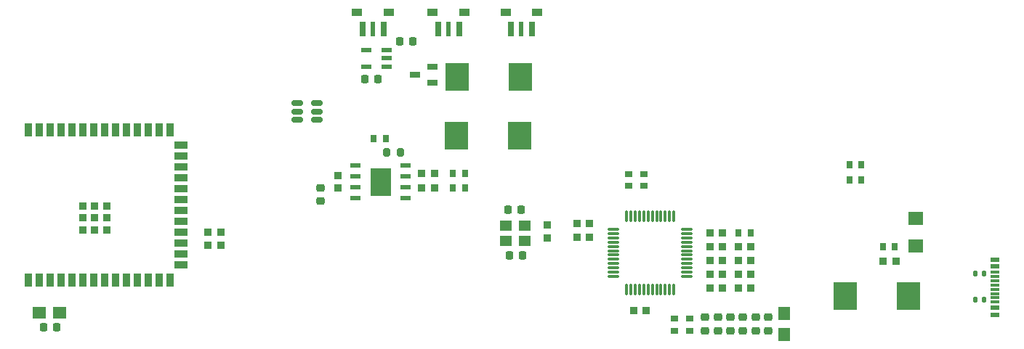
<source format=gbr>
%TF.GenerationSoftware,KiCad,Pcbnew,9.0.6*%
%TF.CreationDate,2026-01-03T23:52:13+01:00*%
%TF.ProjectId,Artnet-Node,4172746e-6574-42d4-9e6f-64652e6b6963,rev?*%
%TF.SameCoordinates,Original*%
%TF.FileFunction,Paste,Top*%
%TF.FilePolarity,Positive*%
%FSLAX46Y46*%
G04 Gerber Fmt 4.6, Leading zero omitted, Abs format (unit mm)*
G04 Created by KiCad (PCBNEW 9.0.6) date 2026-01-03 23:52:13*
%MOMM*%
%LPD*%
G01*
G04 APERTURE LIST*
G04 Aperture macros list*
%AMRoundRect*
0 Rectangle with rounded corners*
0 $1 Rounding radius*
0 $2 $3 $4 $5 $6 $7 $8 $9 X,Y pos of 4 corners*
0 Add a 4 corners polygon primitive as box body*
4,1,4,$2,$3,$4,$5,$6,$7,$8,$9,$2,$3,0*
0 Add four circle primitives for the rounded corners*
1,1,$1+$1,$2,$3*
1,1,$1+$1,$4,$5*
1,1,$1+$1,$6,$7*
1,1,$1+$1,$8,$9*
0 Add four rect primitives between the rounded corners*
20,1,$1+$1,$2,$3,$4,$5,0*
20,1,$1+$1,$4,$5,$6,$7,0*
20,1,$1+$1,$6,$7,$8,$9,0*
20,1,$1+$1,$8,$9,$2,$3,0*%
G04 Aperture macros list end*
%ADD10R,1.300000X0.900000*%
%ADD11R,0.750000X1.800000*%
%ADD12R,0.600000X1.800000*%
%ADD13R,2.400000X3.300000*%
%ADD14R,1.200000X0.600000*%
%ADD15R,0.900000X1.500000*%
%ADD16R,1.500000X0.900000*%
%ADD17R,0.900000X0.900000*%
%ADD18R,1.100000X0.550000*%
%ADD19R,1.100000X0.300000*%
%ADD20R,0.860000X0.810000*%
%ADD21O,1.500000X0.270000*%
%ADD22O,0.270000X1.500000*%
%ADD23R,0.810000X0.860000*%
%ADD24R,1.160000X0.490000*%
%ADD25R,1.180000X0.490000*%
%ADD26R,0.900000X0.800000*%
%ADD27RoundRect,0.225000X0.250000X-0.225000X0.250000X0.225000X-0.250000X0.225000X-0.250000X-0.225000X0*%
%ADD28RoundRect,0.225000X0.225000X0.250000X-0.225000X0.250000X-0.225000X-0.250000X0.225000X-0.250000X0*%
%ADD29R,1.360000X1.500000*%
%ADD30R,0.800000X0.900000*%
%ADD31R,1.500000X1.360000*%
%ADD32R,1.250000X0.700000*%
%ADD33R,1.730000X1.490000*%
%ADD34R,2.700000X3.300000*%
%ADD35RoundRect,0.140000X-0.140000X-0.170000X0.140000X-0.170000X0.140000X0.170000X-0.140000X0.170000X0*%
%ADD36RoundRect,0.200000X-0.200000X-0.275000X0.200000X-0.275000X0.200000X0.275000X-0.200000X0.275000X0*%
%ADD37RoundRect,0.225000X-0.225000X-0.250000X0.225000X-0.250000X0.225000X0.250000X-0.225000X0.250000X0*%
%ADD38RoundRect,0.225000X-0.250000X0.225000X-0.250000X-0.225000X0.250000X-0.225000X0.250000X0.225000X0*%
%ADD39R,1.400000X1.200000*%
%ADD40RoundRect,0.150000X0.512500X0.150000X-0.512500X0.150000X-0.512500X-0.150000X0.512500X-0.150000X0*%
G04 APERTURE END LIST*
D10*
%TO.C,SW1*%
X153450000Y-86630000D03*
X157150000Y-86630000D03*
D11*
X154080000Y-88580000D03*
D12*
X155290000Y-88580000D03*
D11*
X156530000Y-88580000D03*
%TD*%
D10*
%TO.C,SW2*%
X136150000Y-86630000D03*
X139850000Y-86630000D03*
D11*
X136780000Y-88580000D03*
D12*
X137990000Y-88580000D03*
D11*
X139230000Y-88580000D03*
%TD*%
D10*
%TO.C,SW3*%
X144950000Y-86630000D03*
X148650000Y-86630000D03*
D11*
X145580000Y-88580000D03*
D12*
X146790000Y-88580000D03*
D11*
X148030000Y-88580000D03*
%TD*%
D13*
%TO.C,U4*%
X138890000Y-106410000D03*
D14*
X141800000Y-104500000D03*
X141800000Y-105770000D03*
X141800000Y-107050000D03*
X141800000Y-108320000D03*
X135980000Y-108320000D03*
X135980000Y-107050000D03*
X135980000Y-105770000D03*
X135980000Y-104500000D03*
%TD*%
D15*
%TO.C,U7*%
X97840000Y-100350000D03*
X99110000Y-100350000D03*
X100380000Y-100350000D03*
X101650000Y-100350000D03*
X102920000Y-100350000D03*
X104190000Y-100350000D03*
X105460000Y-100350000D03*
X106730000Y-100350000D03*
X108000000Y-100350000D03*
X109270000Y-100350000D03*
X110540000Y-100350000D03*
X111810000Y-100350000D03*
X113080000Y-100350000D03*
X114350000Y-100350000D03*
D16*
X115600000Y-102115000D03*
X115600000Y-103385000D03*
X115600000Y-104655000D03*
X115600000Y-105925000D03*
X115600000Y-107195000D03*
X115600000Y-108465000D03*
X115600000Y-109735000D03*
X115600000Y-111005000D03*
X115600000Y-112275000D03*
X115600000Y-113545000D03*
X115600000Y-114815000D03*
X115600000Y-116085000D03*
D15*
X114350000Y-117850000D03*
X113080000Y-117850000D03*
X111810000Y-117850000D03*
X110540000Y-117850000D03*
X109270000Y-117850000D03*
X108000000Y-117850000D03*
X106730000Y-117850000D03*
X105460000Y-117850000D03*
X104190000Y-117850000D03*
X102920000Y-117850000D03*
X101650000Y-117850000D03*
X100380000Y-117850000D03*
X99110000Y-117850000D03*
X97840000Y-117850000D03*
D17*
X106960000Y-109200000D03*
X105560000Y-109200000D03*
X104160000Y-109200000D03*
X106960000Y-110600000D03*
X105560000Y-110600000D03*
X104160000Y-110600000D03*
X106960000Y-112000000D03*
X105560000Y-112000000D03*
X104160000Y-112000000D03*
%TD*%
D18*
%TO.C,USB1*%
X210437500Y-115500000D03*
X210437500Y-116300000D03*
D19*
X210437500Y-116950000D03*
X210437500Y-117450000D03*
X210437500Y-117950000D03*
X210437500Y-118450000D03*
X210437500Y-118950000D03*
X210437500Y-119450000D03*
X210437500Y-119950000D03*
X210437500Y-120450000D03*
D18*
X210437500Y-121100000D03*
X210437500Y-121900000D03*
%TD*%
D20*
%TO.C,R21*%
X133900000Y-105650000D03*
X133900000Y-107150000D03*
%TD*%
D21*
%TO.C,U1*%
X174550000Y-117450000D03*
X174550000Y-116950000D03*
X174550000Y-116450000D03*
X174550000Y-115950000D03*
X174550000Y-115450000D03*
X174550000Y-114950000D03*
X174550000Y-114450000D03*
X174550000Y-113950000D03*
X174550000Y-113450000D03*
X174550000Y-112950000D03*
X174550000Y-112450000D03*
X174550000Y-111950000D03*
D22*
X173050000Y-110450000D03*
X172550000Y-110450000D03*
X172050000Y-110450000D03*
X171550000Y-110450000D03*
X171050000Y-110450000D03*
X170550000Y-110450000D03*
X170050000Y-110450000D03*
X169550000Y-110450000D03*
X169050000Y-110450000D03*
X168550000Y-110450000D03*
X168050000Y-110450000D03*
X167550000Y-110450000D03*
D21*
X166050000Y-111950000D03*
X166050000Y-112450000D03*
X166050000Y-112950000D03*
X166050000Y-113450000D03*
X166050000Y-113950000D03*
X166050000Y-114450000D03*
X166050000Y-114950000D03*
X166050000Y-115450000D03*
X166050000Y-115950000D03*
X166050000Y-116450000D03*
X166050000Y-116950000D03*
X166050000Y-117450000D03*
D22*
X167550000Y-118950000D03*
X168050000Y-118950000D03*
X168550000Y-118950000D03*
X169050000Y-118950000D03*
X169550000Y-118950000D03*
X170050000Y-118950000D03*
X170550000Y-118950000D03*
X171050000Y-118950000D03*
X171550000Y-118950000D03*
X172050000Y-118950000D03*
X172550000Y-118950000D03*
X173050000Y-118950000D03*
%TD*%
D23*
%TO.C,R20*%
X143650000Y-105400000D03*
X145150000Y-105400000D03*
%TD*%
D24*
%TO.C,LDO1*%
X139550000Y-92950000D03*
X139550000Y-92000000D03*
X139550000Y-91050000D03*
D25*
X137250000Y-91050000D03*
X137250000Y-92950000D03*
%TD*%
D26*
%TO.C,L2*%
X174900000Y-122400000D03*
X174900000Y-123800000D03*
%TD*%
D27*
%TO.C,C13*%
X176700000Y-123780000D03*
X176700000Y-122220000D03*
%TD*%
D28*
%TO.C,C2*%
X155450000Y-115030000D03*
X153890000Y-115030000D03*
%TD*%
D23*
%TO.C,R14*%
X168350000Y-121400000D03*
X169850000Y-121400000D03*
%TD*%
%TO.C,R19*%
X145150000Y-107100000D03*
X143650000Y-107100000D03*
%TD*%
D29*
%TO.C,C19*%
X185900000Y-121800000D03*
X185900000Y-124200000D03*
%TD*%
D23*
%TO.C,R8*%
X182050000Y-115600000D03*
X180550000Y-115600000D03*
%TD*%
D30*
%TO.C,C7*%
X194900000Y-106200000D03*
X193500000Y-106200000D03*
%TD*%
D23*
%TO.C,R13*%
X177250000Y-115600000D03*
X178750000Y-115600000D03*
%TD*%
D27*
%TO.C,C14*%
X178200000Y-123780000D03*
X178200000Y-122220000D03*
%TD*%
D26*
%TO.C,L1*%
X173100000Y-123800000D03*
X173100000Y-122400000D03*
%TD*%
%TO.C,C6*%
X167800000Y-106900000D03*
X167800000Y-105500000D03*
%TD*%
D23*
%TO.C,R10*%
X177250000Y-117200000D03*
X178750000Y-117200000D03*
%TD*%
D31*
%TO.C,C4*%
X99100000Y-121700000D03*
X101500000Y-121700000D03*
%TD*%
D32*
%TO.C,Q2*%
X144900000Y-94850000D03*
X144900000Y-92950000D03*
X142900000Y-93900000D03*
%TD*%
D30*
%TO.C,C10*%
X198800000Y-114000000D03*
X197400000Y-114000000D03*
%TD*%
%TO.C,C11*%
X194900000Y-104400000D03*
X193500000Y-104400000D03*
%TD*%
D27*
%TO.C,C17*%
X182570000Y-123780000D03*
X182570000Y-122220000D03*
%TD*%
D33*
%TO.C,C9*%
X201200000Y-110710000D03*
X201200000Y-113890000D03*
%TD*%
D23*
%TO.C,R9*%
X163250000Y-111300000D03*
X161750000Y-111300000D03*
%TD*%
D27*
%TO.C,C18*%
X184000000Y-123780000D03*
X184000000Y-122220000D03*
%TD*%
D23*
%TO.C,R5*%
X163250000Y-112900000D03*
X161750000Y-112900000D03*
%TD*%
D34*
%TO.C,D1*%
X193010000Y-119700000D03*
X200390000Y-119700000D03*
%TD*%
D35*
%TO.C,R17*%
X208200000Y-120200000D03*
X209200000Y-120200000D03*
%TD*%
D27*
%TO.C,C15*%
X179650000Y-123780000D03*
X179650000Y-122220000D03*
%TD*%
D30*
%TO.C,C21*%
X138100000Y-101400000D03*
X139500000Y-101400000D03*
%TD*%
D36*
%TO.C,R24*%
X139580000Y-103000000D03*
X141220000Y-103000000D03*
%TD*%
D28*
%TO.C,C3*%
X101180000Y-123400000D03*
X99620000Y-123400000D03*
%TD*%
D30*
%TO.C,LED2*%
X148700000Y-105400000D03*
X147300000Y-105400000D03*
%TD*%
D37*
%TO.C,C22*%
X137020000Y-94400000D03*
X138580000Y-94400000D03*
%TD*%
D23*
%TO.C,R12*%
X177250000Y-114000000D03*
X178750000Y-114000000D03*
%TD*%
D26*
%TO.C,C5*%
X169600000Y-106900000D03*
X169600000Y-105500000D03*
%TD*%
D23*
%TO.C,R3*%
X180550000Y-117200000D03*
X182050000Y-117200000D03*
%TD*%
D28*
%TO.C,C23*%
X142680000Y-90000000D03*
X141120000Y-90000000D03*
%TD*%
D23*
%TO.C,R15*%
X118750000Y-113800000D03*
X120250000Y-113800000D03*
%TD*%
D38*
%TO.C,C12*%
X131900000Y-107120000D03*
X131900000Y-108680000D03*
%TD*%
D30*
%TO.C,C8*%
X180600000Y-112400000D03*
X182000000Y-112400000D03*
%TD*%
D34*
%TO.C,D2*%
X147710000Y-101000000D03*
X155090000Y-101000000D03*
%TD*%
D35*
%TO.C,R18*%
X208200000Y-117100000D03*
X209200000Y-117100000D03*
%TD*%
D23*
%TO.C,R7*%
X182050000Y-114000000D03*
X180550000Y-114000000D03*
%TD*%
%TO.C,R11*%
X177250000Y-118800000D03*
X178750000Y-118800000D03*
%TD*%
%TO.C,R6*%
X180550000Y-118800000D03*
X182050000Y-118800000D03*
%TD*%
D20*
%TO.C,R1*%
X158270000Y-111480000D03*
X158270000Y-112980000D03*
%TD*%
D39*
%TO.C,X2*%
X155670000Y-111550000D03*
X153470000Y-111550000D03*
X153470000Y-113310000D03*
X155670000Y-113310000D03*
%TD*%
D27*
%TO.C,C16*%
X181100000Y-123780000D03*
X181100000Y-122220000D03*
%TD*%
D23*
%TO.C,R16*%
X118750000Y-112300000D03*
X120250000Y-112300000D03*
%TD*%
D40*
%TO.C,Q1*%
X131437500Y-99150000D03*
X131437500Y-98200000D03*
X131437500Y-97250000D03*
X129162500Y-97250000D03*
X129162500Y-98200000D03*
X129162500Y-99150000D03*
%TD*%
D23*
%TO.C,R2*%
X178750000Y-112400000D03*
X177250000Y-112400000D03*
%TD*%
D30*
%TO.C,LED1*%
X148700000Y-107100000D03*
X147300000Y-107100000D03*
%TD*%
D23*
%TO.C,R4*%
X198950000Y-115700000D03*
X197450000Y-115700000D03*
%TD*%
D37*
%TO.C,C1*%
X153690000Y-109630000D03*
X155250000Y-109630000D03*
%TD*%
D34*
%TO.C,D3*%
X147810000Y-94200000D03*
X155190000Y-94200000D03*
%TD*%
M02*

</source>
